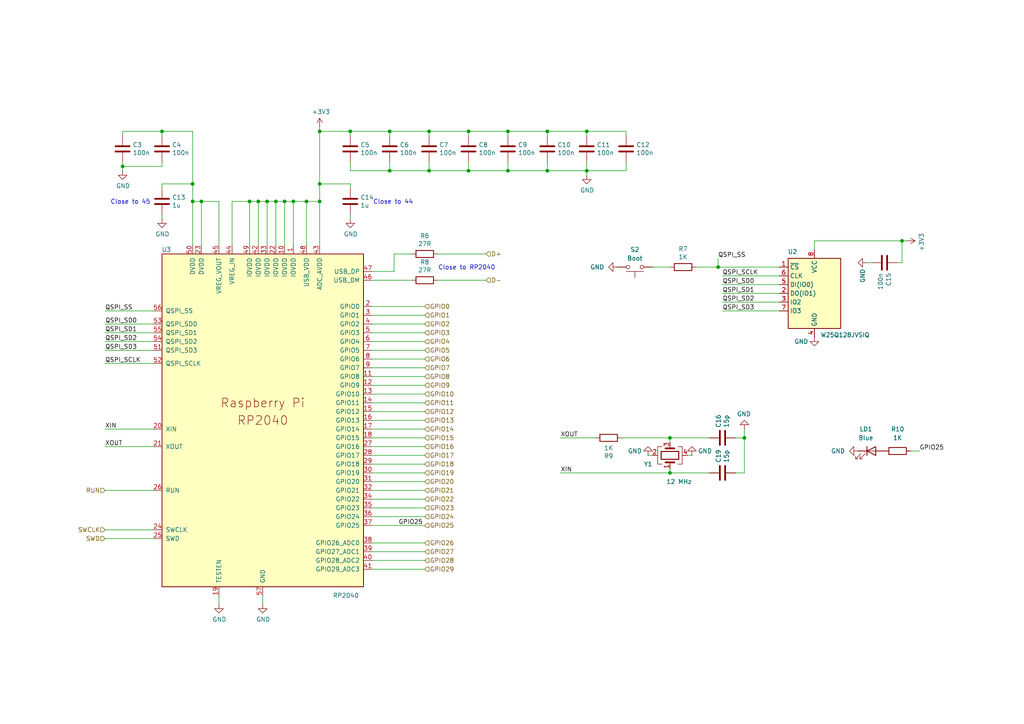
<source format=kicad_sch>
(kicad_sch (version 20250114) (generator "eeschema") (generator_version "9.0")
  (paper "A4")
  (title_block (title "${NAME}") (date "2025-08-02") (rev "${VERSION}") (company "Mikhail Matveev") (comment 1 "https://github.com/xtremespb/frank"))
  (lib_symbols
    (symbol "+3V3_1" (power) (pin_numbers (hide yes)) (pin_names (offset 0) (hide yes))
      (property "Value" "+3V3" (at 0 3.556 0))
      (symbol "+3V3_1_0_1"
        (polyline (pts (xy -0.762 1.27) (xy 0 2.54)))
        (polyline (pts (xy 0 2.54) (xy 0.762 1.27)))
        (polyline (pts (xy 0 0) (xy 0 2.54)))
      )
      (symbol "+3V3_1_1_1"
        (pin power_in line (at 0 0 90) (length 0) (name "~") (number "1"))
      )
    )
    (symbol "Device:C" (pin_numbers (hide yes)) (pin_names (offset 0.254))
      (property "Reference" "C" (at 0.635 2.54 0))
      (property "Value" "C" (at 0.635 -2.54 0))
      (symbol "C_0_1"
        (polyline (pts (xy -2.032 0.762) (xy 2.032 0.762)) (stroke (width 0.508)))
        (polyline (pts (xy -2.032 -0.762) (xy 2.032 -0.762)) (stroke (width 0.508)))
      )
      (symbol "C_1_1"
        (pin passive line (at 0 3.81 270) (length 2.794) (name "~") (number "1"))
        (pin passive line (at 0 -3.81 90) (length 2.794) (name "~") (number "2"))
      )
    )
    (symbol "Device:Crystal_GND24" (pin_names (offset 1.016) (hide yes))
      (property "Reference" "Y" (at 3.175 5.08 0))
      (property "Value" "Crystal_GND24" (at 3.175 3.175 0))
      (symbol "Crystal_GND24_0_1"
        (polyline (pts (xy -2.54 2.286) (xy -2.54 3.556) (xy 2.54 3.556) (xy 2.54 2.286)))
        (polyline (pts (xy -2.54 0) (xy -2.032 0)))
        (polyline (pts (xy -2.54 -2.286) (xy -2.54 -3.556) (xy 2.54 -3.556) (xy 2.54 -2.286)))
        (polyline (pts (xy -2.032 -1.27) (xy -2.032 1.27)) (stroke (width 0.508)))
        (rectangle (start -1.143 2.54) (end 1.143 -2.54) (stroke (width 0.3048)))
        (polyline (pts (xy 0 3.556) (xy 0 3.81)))
        (polyline (pts (xy 0 -3.81) (xy 0 -3.556)))
        (polyline (pts (xy 2.032 0) (xy 2.54 0)))
        (polyline (pts (xy 2.032 -1.27) (xy 2.032 1.27)) (stroke (width 0.508)))
      )
      (symbol "Crystal_GND24_1_1"
        (pin passive line (at -3.81 0 0) (length 1.27) (name "1") (number "1"))
        (pin passive line (at 0 5.08 270) (length 1.27) (name "2") (number "2"))
        (pin passive line (at 0 -5.08 90) (length 1.27) (name "4") (number "4"))
        (pin passive line (at 3.81 0 180) (length 1.27) (name "3") (number "3"))
      )
    )
    (symbol "Device:LED" (pin_numbers (hide yes)) (pin_names (offset 1.016) (hide yes))
      (property "Reference" "D" (at 0 2.54 0))
      (property "Value" "LED" (at 0 -2.54 0))
      (symbol "LED_0_1"
        (polyline (pts (xy -3.048 -0.762) (xy -4.572 -2.286) (xy -3.81 -2.286) (xy -4.572 -2.286) (xy -4.572 -1.524)))
        (polyline (pts (xy -1.778 -0.762) (xy -3.302 -2.286) (xy -2.54 -2.286) (xy -3.302 -2.286) (xy -3.302 -1.524)))
        (polyline (pts (xy -1.27 0) (xy 1.27 0)))
        (polyline (pts (xy -1.27 -1.27) (xy -1.27 1.27)) (stroke (width 0.254)))
        (polyline (pts (xy 1.27 -1.27) (xy 1.27 1.27) (xy -1.27 0) (xy 1.27 -1.27)) (stroke (width 0.254)))
      )
      (symbol "LED_1_1"
        (pin passive line (at -3.81 0 0) (length 2.54) (name "K") (number "1"))
        (pin passive line (at 3.81 0 180) (length 2.54) (name "A") (number "2"))
      )
    )
    (symbol "Device:R" (pin_numbers (hide yes)) (pin_names (offset 0))
      (property "Reference" "R" (at 2.032 0 90))
      (property "Value" "R" (at 0 0 90))
      (symbol "R_0_1"
        (rectangle (start -1.016 -2.54) (end 1.016 2.54) (stroke (width 0.254)))
      )
      (symbol "R_1_1"
        (pin passive line (at 0 3.81 270) (length 1.27) (name "~") (number "1"))
        (pin passive line (at 0 -3.81 90) (length 1.27) (name "~") (number "2"))
      )
    )
    (symbol "FRANK:Flash_W25Q128JVS"
      (property "Reference" "FL1" (at -6.35 12.065 0))
      (property "Value" "W25Q128JVSIQ" (at 8.89 -12.065 0))
      (symbol "Flash_W25Q128JVS_0_1"
        (rectangle (start -7.62 10.16) (end 7.62 -10.16) (stroke (width 0.254)) (fill (type background)))
      )
      (symbol "Flash_W25Q128JVS_1_1"
        (pin input line (at -10.16 7.62 0) (length 2.54) (name "~{CS}") (number "1"))
        (pin input line (at -10.16 5.08 0) (length 2.54) (name "CLK") (number "6"))
        (pin bidirectional line (at -10.16 2.54 0) (length 2.54) (name "DI(IO0)") (number "5"))
        (pin bidirectional line (at -10.16 0 0) (length 2.54) (name "DO(IO1)") (number "2"))
        (pin bidirectional line (at -10.16 -2.54 0) (length 2.54) (name "IO2") (number "3"))
        (pin bidirectional line (at -10.16 -5.08 0) (length 2.54) (name "IO3") (number "7"))
        (pin power_in line (at 0 12.7 270) (length 2.54) (name "VCC") (number "8"))
        (pin power_in line (at 0 -12.7 90) (length 2.54) (name "GND") (number "4"))
      )
    )
    (symbol "FRANK:RP2040" (pin_names (offset 1.016))
      (property "Reference" "RP1" (at -27.94 49.53 0))
      (property "Value" "RP2040" (at 24.13 -50.8 0))
      (symbol "RP2040_0_0"
        (text "Raspberry Pi" (at 0 5.08 0) (effects (font (size 2.54 2.54))))
        (text "RP2040" (at 0 0 0) (effects (font (size 2.54 2.54))))
      )
      (symbol "RP2040_0_1"
        (rectangle (start 29.21 48.26) (end -29.21 -48.26) (stroke (width 0.254)) (fill (type background)))
      )
      (symbol "RP2040_1_1"
        (pin bidirectional line (at -31.75 31.75 0) (length 2.54) (name "QSPI_SS") (number "56"))
        (pin bidirectional line (at -31.75 27.94 0) (length 2.54) (name "QSPI_SD0") (number "53"))
        (pin bidirectional line (at -31.75 25.4 0) (length 2.54) (name "QSPI_SD1") (number "55"))
        (pin bidirectional line (at -31.75 22.86 0) (length 2.54) (name "QSPI_SD2") (number "54"))
        (pin bidirectional line (at -31.75 20.32 0) (length 2.54) (name "QSPI_SD3") (number "51"))
        (pin output line (at -31.75 16.51 0) (length 2.54) (name "QSPI_SCLK") (number "52"))
        (pin input line (at -31.75 -2.54 0) (length 2.54) (name "XIN") (number "20"))
        (pin passive line (at -31.75 -7.62 0) (length 2.54) (name "XOUT") (number "21"))
        (pin input line (at -31.75 -20.32 0) (length 2.54) (name "RUN") (number "26"))
        (pin output line (at -31.75 -31.75 0) (length 2.54) (name "SWCLK") (number "24"))
        (pin bidirectional line (at -31.75 -34.29 0) (length 2.54) (name "SWD") (number "25"))
        (pin power_in line (at -20.32 50.8 270) (length 2.54) (name "DVDD") (number "50"))
        (pin power_in line (at -17.78 50.8 270) (length 2.54) (name "DVDD") (number "23"))
        (pin power_out line (at -12.7 50.8 270) (length 2.54) (name "VREG_VOUT") (number "45"))
        (pin passive line (at -12.7 -50.8 90) (length 2.54) (name "TESTEN") (number "19"))
        (pin power_in line (at -8.89 50.8 270) (length 2.54) (name "VREG_IN") (number "44"))
        (pin power_in line (at -3.81 50.8 270) (length 2.54) (name "IOVDD") (number "49"))
        (pin power_in line (at -1.27 50.8 270) (length 2.54) (name "IOVDD") (number "42"))
        (pin power_in line (at 0 -50.8 90) (length 2.54) (name "GND") (number "57"))
        (pin power_in line (at 1.27 50.8 270) (length 2.54) (name "IOVDD") (number "33"))
        (pin power_in line (at 3.81 50.8 270) (length 2.54) (name "IOVDD") (number "22"))
        (pin power_in line (at 6.35 50.8 270) (length 2.54) (name "IOVDD") (number "10"))
        (pin power_in line (at 8.89 50.8 270) (length 2.54) (name "IOVDD") (number "1"))
        (pin power_in line (at 12.7 50.8 270) (length 2.54) (name "USB_VDD") (number "48"))
        (pin power_in line (at 16.51 50.8 270) (length 2.54) (name "ADC_AVDD") (number "43"))
        (pin bidirectional line (at 31.75 43.18 180) (length 2.54) (name "USB_DP") (number "47"))
        (pin bidirectional line (at 31.75 40.64 180) (length 2.54) (name "USB_DM") (number "46"))
        (pin bidirectional line (at 31.75 33.02 180) (length 2.54) (name "GPIO0") (number "2"))
        (pin bidirectional line (at 31.75 30.48 180) (length 2.54) (name "GPIO1") (number "3"))
        (pin bidirectional line (at 31.75 27.94 180) (length 2.54) (name "GPIO2") (number "4"))
        (pin bidirectional line (at 31.75 25.4 180) (length 2.54) (name "GPIO3") (number "5"))
        (pin bidirectional line (at 31.75 22.86 180) (length 2.54) (name "GPIO4") (number "6"))
        (pin bidirectional line (at 31.75 20.32 180) (length 2.54) (name "GPIO5") (number "7"))
        (pin bidirectional line (at 31.75 17.78 180) (length 2.54) (name "GPIO6") (number "8"))
        (pin bidirectional line (at 31.75 15.24 180) (length 2.54) (name "GPIO7") (number "9"))
        (pin bidirectional line (at 31.75 12.7 180) (length 2.54) (name "GPIO8") (number "11"))
        (pin bidirectional line (at 31.75 10.16 180) (length 2.54) (name "GPIO9") (number "12"))
        (pin bidirectional line (at 31.75 7.62 180) (length 2.54) (name "GPIO10") (number "13"))
        (pin bidirectional line (at 31.75 5.08 180) (length 2.54) (name "GPIO11") (number "14"))
        (pin bidirectional line (at 31.75 2.54 180) (length 2.54) (name "GPIO12") (number "15"))
        (pin bidirectional line (at 31.75 0 180) (length 2.54) (name "GPIO13") (number "16"))
        (pin bidirectional line (at 31.75 -2.54 180) (length 2.54) (name "GPIO14") (number "17"))
        (pin bidirectional line (at 31.75 -5.08 180) (length 2.54) (name "GPIO15") (number "18"))
        (pin bidirectional line (at 31.75 -7.62 180) (length 2.54) (name "GPIO16") (number "27"))
        (pin bidirectional line (at 31.75 -10.16 180) (length 2.54) (name "GPIO17") (number "28"))
        (pin bidirectional line (at 31.75 -12.7 180) (length 2.54) (name "GPIO18") (number "29"))
        (pin bidirectional line (at 31.75 -15.24 180) (length 2.54) (name "GPIO19") (number "30"))
        (pin bidirectional line (at 31.75 -17.78 180) (length 2.54) (name "GPIO20") (number "31"))
        (pin bidirectional line (at 31.75 -20.32 180) (length 2.54) (name "GPIO21") (number "32"))
        (pin bidirectional line (at 31.75 -22.86 180) (length 2.54) (name "GPIO22") (number "34"))
        (pin bidirectional line (at 31.75 -25.4 180) (length 2.54) (name "GPIO23") (number "35"))
        (pin bidirectional line (at 31.75 -27.94 180) (length 2.54) (name "GPIO24") (number "36"))
        (pin bidirectional line (at 31.75 -30.48 180) (length 2.54) (name "GPIO25") (number "37"))
        (pin bidirectional line (at 31.75 -35.56 180) (length 2.54) (name "GPIO26_ADC0") (number "38"))
        (pin bidirectional line (at 31.75 -38.1 180) (length 2.54) (name "GPIO27_ADC1") (number "39"))
        (pin bidirectional line (at 31.75 -40.64 180) (length 2.54) (name "GPIO28_ADC2") (number "40"))
        (pin bidirectional line (at 31.75 -43.18 180) (length 2.54) (name "GPIO29_ADC3") (number "41"))
      )
    )
    (symbol "GND_10" (power) (pin_numbers (hide yes)) (pin_names (offset 0) (hide yes))
      (property "Value" "GND" (at 0 -3.81 0))
      (symbol "GND_10_0_1"
        (polyline (pts (xy 0 0) (xy 0 -1.27) (xy 1.27 -1.27) (xy 0 -2.54) (xy -1.27 -1.27) (xy 0 -1.27)))
      )
      (symbol "GND_10_1_1"
        (pin power_in line (at 0 0 270) (length 0) (name "~") (number "1"))
      )
    )
    (symbol "GND_11" (power) (pin_numbers (hide yes)) (pin_names (offset 0) (hide yes))
      (property "Value" "GND" (at 0 -3.81 0))
      (symbol "GND_11_0_1"
        (polyline (pts (xy 0 0) (xy 0 -1.27) (xy 1.27 -1.27) (xy 0 -2.54) (xy -1.27 -1.27) (xy 0 -1.27)))
      )
      (symbol "GND_11_1_1"
        (pin power_in line (at 0 0 270) (length 0) (name "~") (number "1"))
      )
    )
    (symbol "GND_12" (power) (pin_numbers (hide yes)) (pin_names (offset 0) (hide yes))
      (property "Value" "GND" (at 0 -3.81 0))
      (symbol "GND_12_0_1"
        (polyline (pts (xy 0 0) (xy 0 -1.27) (xy 1.27 -1.27) (xy 0 -2.54) (xy -1.27 -1.27) (xy 0 -1.27)))
      )
      (symbol "GND_12_1_1"
        (pin power_in line (at 0 0 270) (length 0) (name "~") (number "1"))
      )
    )
    (symbol "GND_2" (power) (pin_numbers (hide yes)) (pin_names (offset 0) (hide yes))
      (property "Value" "GND" (at 0 -3.81 0))
      (symbol "GND_2_0_1"
        (polyline (pts (xy 0 0) (xy 0 -1.27) (xy 1.27 -1.27) (xy 0 -2.54) (xy -1.27 -1.27) (xy 0 -1.27)))
      )
      (symbol "GND_2_1_1"
        (pin power_in line (at 0 0 270) (length 0) (name "~") (number "1"))
      )
    )
    (symbol "GND_3" (power) (pin_numbers (hide yes)) (pin_names (offset 0) (hide yes))
      (property "Value" "GND" (at 0 -3.81 0))
      (symbol "GND_3_0_1"
        (polyline (pts (xy 0 0) (xy 0 -1.27) (xy 1.27 -1.27) (xy 0 -2.54) (xy -1.27 -1.27) (xy 0 -1.27)))
      )
      (symbol "GND_3_1_1"
        (pin power_in line (at 0 0 270) (length 0) (name "~") (number "1"))
      )
    )
    (symbol "GND_4" (power) (pin_numbers (hide yes)) (pin_names (offset 0) (hide yes))
      (property "Value" "GND" (at 0 -3.81 0))
      (symbol "GND_4_0_1"
        (polyline (pts (xy 0 0) (xy 0 -1.27) (xy 1.27 -1.27) (xy 0 -2.54) (xy -1.27 -1.27) (xy 0 -1.27)))
      )
      (symbol "GND_4_1_1"
        (pin power_in line (at 0 0 270) (length 0) (name "~") (number "1"))
      )
    )
    (symbol "GND_5" (power) (pin_numbers (hide yes)) (pin_names (offset 0) (hide yes))
      (property "Value" "GND" (at 0 -3.81 0))
      (symbol "GND_5_0_1"
        (polyline (pts (xy 0 0) (xy 0 -1.27) (xy 1.27 -1.27) (xy 0 -2.54) (xy -1.27 -1.27) (xy 0 -1.27)))
      )
      (symbol "GND_5_1_1"
        (pin power_in line (at 0 0 270) (length 0) (name "~") (number "1"))
      )
    )
    (symbol "GND_6" (power) (pin_numbers (hide yes)) (pin_names (offset 0) (hide yes))
      (property "Value" "GND" (at 0 -3.81 0))
      (symbol "GND_6_0_1"
        (polyline (pts (xy 0 0) (xy 0 -1.27) (xy 1.27 -1.27) (xy 0 -2.54) (xy -1.27 -1.27) (xy 0 -1.27)))
      )
      (symbol "GND_6_1_1"
        (pin power_in line (at 0 0 270) (length 0) (name "~") (number "1"))
      )
    )
    (symbol "GND_7" (power) (pin_numbers (hide yes)) (pin_names (offset 0) (hide yes))
      (property "Value" "GND" (at 0 -3.81 0))
      (symbol "GND_7_0_1"
        (polyline (pts (xy 0 0) (xy 0 -1.27) (xy 1.27 -1.27) (xy 0 -2.54) (xy -1.27 -1.27) (xy 0 -1.27)))
      )
      (symbol "GND_7_1_1"
        (pin power_in line (at 0 0 270) (length 0) (name "~") (number "1"))
      )
    )
    (symbol "GND_8" (power) (pin_numbers (hide yes)) (pin_names (offset 0) (hide yes))
      (property "Value" "GND" (at 0 -3.81 0))
      (symbol "GND_8_0_1"
        (polyline (pts (xy 0 0) (xy 0 -1.27) (xy 1.27 -1.27) (xy 0 -2.54) (xy -1.27 -1.27) (xy 0 -1.27)))
      )
      (symbol "GND_8_1_1"
        (pin power_in line (at 0 0 270) (length 0) (name "~") (number "1"))
      )
    )
    (symbol "GND_9" (power) (pin_numbers (hide yes)) (pin_names (offset 0) (hide yes))
      (property "Value" "GND" (at 0 -3.81 0))
      (symbol "GND_9_0_1"
        (polyline (pts (xy 0 0) (xy 0 -1.27) (xy 1.27 -1.27) (xy 0 -2.54) (xy -1.27 -1.27) (xy 0 -1.27)))
      )
      (symbol "GND_9_1_1"
        (pin power_in line (at 0 0 270) (length 0) (name "~") (number "1"))
      )
    )
    (symbol "Switch:SW_Push" (pin_numbers (hide yes)) (pin_names (offset 1.016) (hide yes))
      (property "Reference" "SW" (at 1.27 2.54 0))
      (property "Value" "SW_Push" (at 0 -1.524 0))
      (symbol "SW_Push_0_1"
        (circle (center -2.032 0) (radius 0.508))
        (polyline (pts (xy 0 1.27) (xy 0 3.048)))
        (circle (center 2.032 0) (radius 0.508))
        (polyline (pts (xy 2.54 1.27) (xy -2.54 1.27)))
        (pin passive line (at -5.08 0 0) (length 2.54) (name "1") (number "1"))
        (pin passive line (at 5.08 0 180) (length 2.54) (name "2") (number "2"))
      )
    )
    (symbol "power:+3V3" (power) (pin_numbers (hide yes)) (pin_names (offset 0) (hide yes))
      (property "Value" "+3V3" (at 0 3.556 0))
      (symbol "+3V3_0_1"
        (polyline (pts (xy -0.762 1.27) (xy 0 2.54)))
        (polyline (pts (xy 0 2.54) (xy 0.762 1.27)))
        (polyline (pts (xy 0 0) (xy 0 2.54)))
      )
      (symbol "+3V3_1_1"
        (pin power_in line (at 0 0 90) (length 0) (name "~") (number "1"))
      )
    )
    (symbol "power:GND" (power) (pin_numbers (hide yes)) (pin_names (offset 0) (hide yes))
      (property "Value" "GND" (at 0 -3.81 0))
      (symbol "GND_0_1"
        (polyline (pts (xy 0 0) (xy 0 -1.27) (xy 1.27 -1.27) (xy 0 -2.54) (xy -1.27 -1.27) (xy 0 -1.27)))
      )
      (symbol "GND_1_1"
        (pin power_in line (at 0 0 270) (length 0) (name "~") (number "1"))
      )
    )
  )
  (text "Close to 44" (at 114.046 58.674 0) (effects (font (size 1.27 1.27))))
  (text "Close to RP2040" (at 135.382 77.724 0) (effects (font (size 1.27 1.27))))
  (text "Close to 45" (at 37.846 58.674 0) (effects (font (size 1.27 1.27))))
  (junction (at 58.42 58.42))
  (junction (at 215.9 127))
  (junction (at 113.03 49.53))
  (junction (at 88.9 58.42))
  (junction (at 101.6 38.1))
  (junction (at 158.75 49.53))
  (junction (at 72.39 58.42))
  (junction (at 170.18 38.1))
  (junction (at 82.55 58.42))
  (junction (at 92.71 53.34))
  (junction (at 170.18 49.53))
  (junction (at 35.56 48.26))
  (junction (at 147.32 49.53))
  (junction (at 80.01 58.42))
  (junction (at 135.89 38.1))
  (junction (at 55.88 53.34))
  (junction (at 113.03 38.1))
  (junction (at 46.99 38.1))
  (junction (at 208.28 77.47))
  (junction (at 135.89 49.53))
  (junction (at 92.71 38.1))
  (junction (at 85.09 58.42))
  (junction (at 74.93 58.42))
  (junction (at 194.31 127))
  (junction (at 158.75 38.1))
  (junction (at 124.46 38.1))
  (junction (at 92.71 58.42))
  (junction (at 55.88 58.42))
  (junction (at 77.47 58.42))
  (junction (at 261.62 69.85))
  (junction (at 194.31 137.16))
  (junction (at 124.46 49.53))
  (junction (at 147.32 38.1))
  (wire (pts (xy 58.42 58.42) (xy 55.88 58.42)))
  (wire (pts (xy 226.06 82.55) (xy 209.55 82.55)))
  (wire (pts (xy 127 73.66) (xy 140.97 73.66)))
  (wire (pts (xy 107.95 104.14) (xy 123.19 104.14)))
  (wire (pts (xy 107.95 152.4) (xy 123.19 152.4)))
  (wire (pts (xy 46.99 48.26) (xy 46.99 46.99)))
  (wire (pts (xy 170.18 46.99) (xy 170.18 49.53)))
  (wire (pts (xy 114.3 73.66) (xy 114.3 78.74)))
  (wire (pts (xy 82.55 58.42) (xy 85.09 58.42)))
  (wire (pts (xy 158.75 39.37) (xy 158.75 38.1)))
  (wire (pts (xy 92.71 38.1) (xy 101.6 38.1)))
  (wire (pts (xy 101.6 46.99) (xy 101.6 49.53)))
  (wire (pts (xy 101.6 39.37) (xy 101.6 38.1)))
  (wire (pts (xy 67.31 58.42) (xy 72.39 58.42)))
  (wire (pts (xy 215.9 137.16) (xy 215.9 127)))
  (wire (pts (xy 252.73 76.2) (xy 251.46 76.2)))
  (wire (pts (xy 181.61 39.37) (xy 181.61 38.1)))
  (wire (pts (xy 107.95 142.24) (xy 123.19 142.24)))
  (wire (pts (xy 107.95 160.02) (xy 123.19 160.02)))
  (wire (pts (xy 113.03 39.37) (xy 113.03 38.1)))
  (wire (pts (xy 260.35 76.2) (xy 261.62 76.2)))
  (wire (pts (xy 101.6 62.23) (xy 101.6 63.5)))
  (wire (pts (xy 80.01 58.42) (xy 82.55 58.42)))
  (wire (pts (xy 205.74 137.16) (xy 194.31 137.16)))
  (wire (pts (xy 92.71 58.42) (xy 92.71 71.12)))
  (wire (pts (xy 63.5 71.12) (xy 63.5 58.42)))
  (wire (pts (xy 30.48 99.06) (xy 44.45 99.06)))
  (wire (pts (xy 107.95 165.1) (xy 123.19 165.1)))
  (wire (pts (xy 113.03 46.99) (xy 113.03 49.53)))
  (wire (pts (xy 236.22 69.85) (xy 261.62 69.85)))
  (wire (pts (xy 46.99 39.37) (xy 46.99 38.1)))
  (wire (pts (xy 208.28 77.47) (xy 226.06 77.47)))
  (wire (pts (xy 107.95 127) (xy 123.19 127)))
  (wire (pts (xy 189.23 77.47) (xy 194.31 77.47)))
  (wire (pts (xy 30.48 124.46) (xy 44.45 124.46)))
  (wire (pts (xy 107.95 96.52) (xy 123.19 96.52)))
  (wire (pts (xy 181.61 46.99) (xy 181.61 49.53)))
  (wire (pts (xy 213.36 137.16) (xy 215.9 137.16)))
  (wire (pts (xy 46.99 62.23) (xy 46.99 63.5)))
  (wire (pts (xy 107.95 101.6) (xy 123.19 101.6)))
  (wire (pts (xy 46.99 54.61) (xy 46.99 53.34)))
  (wire (pts (xy 92.71 53.34) (xy 92.71 58.42)))
  (wire (pts (xy 92.71 38.1) (xy 92.71 53.34)))
  (wire (pts (xy 127 81.28) (xy 140.97 81.28)))
  (wire (pts (xy 101.6 54.61) (xy 101.6 53.34)))
  (wire (pts (xy 88.9 71.12) (xy 88.9 58.42)))
  (wire (pts (xy 158.75 46.99) (xy 158.75 49.53)))
  (wire (pts (xy 55.88 53.34) (xy 55.88 58.42)))
  (wire (pts (xy 44.45 153.67) (xy 30.48 153.67)))
  (wire (pts (xy 107.95 124.46) (xy 123.19 124.46)))
  (wire (pts (xy 205.74 127) (xy 194.31 127)))
  (wire (pts (xy 107.95 139.7) (xy 123.19 139.7)))
  (wire (pts (xy 147.32 49.53) (xy 135.89 49.53)))
  (wire (pts (xy 72.39 58.42) (xy 74.93 58.42)))
  (wire (pts (xy 226.06 90.17) (xy 209.55 90.17)))
  (wire (pts (xy 101.6 38.1) (xy 113.03 38.1)))
  (wire (pts (xy 200.66 132.08) (xy 199.39 132.08)))
  (wire (pts (xy 209.55 80.01) (xy 226.06 80.01)))
  (wire (pts (xy 107.95 162.56) (xy 123.19 162.56)))
  (wire (pts (xy 67.31 71.12) (xy 67.31 58.42)))
  (wire (pts (xy 88.9 58.42) (xy 92.71 58.42)))
  (wire (pts (xy 46.99 53.34) (xy 55.88 53.34)))
  (wire (pts (xy 201.93 77.47) (xy 208.28 77.47)))
  (wire (pts (xy 35.56 46.99) (xy 35.56 48.26)))
  (wire (pts (xy 135.89 38.1) (xy 147.32 38.1)))
  (wire (pts (xy 107.95 99.06) (xy 123.19 99.06)))
  (wire (pts (xy 107.95 114.3) (xy 123.19 114.3)))
  (wire (pts (xy 147.32 38.1) (xy 158.75 38.1)))
  (wire (pts (xy 194.31 128.27) (xy 194.31 127)))
  (wire (pts (xy 55.88 38.1) (xy 55.88 53.34)))
  (wire (pts (xy 226.06 85.09) (xy 209.55 85.09)))
  (wire (pts (xy 236.22 72.39) (xy 236.22 69.85)))
  (wire (pts (xy 170.18 38.1) (xy 181.61 38.1)))
  (wire (pts (xy 213.36 127) (xy 215.9 127)))
  (wire (pts (xy 194.31 135.89) (xy 194.31 137.16)))
  (wire (pts (xy 114.3 73.66) (xy 119.38 73.66)))
  (wire (pts (xy 30.48 101.6) (xy 44.45 101.6)))
  (wire (pts (xy 107.95 147.32) (xy 123.19 147.32)))
  (wire (pts (xy 107.95 129.54) (xy 123.19 129.54)))
  (wire (pts (xy 80.01 71.12) (xy 80.01 58.42)))
  (wire (pts (xy 147.32 46.99) (xy 147.32 49.53)))
  (wire (pts (xy 72.39 71.12) (xy 72.39 58.42)))
  (wire (pts (xy 30.48 93.98) (xy 44.45 93.98)))
  (wire (pts (xy 30.48 90.17) (xy 44.45 90.17)))
  (wire (pts (xy 107.95 106.68) (xy 123.19 106.68)))
  (wire (pts (xy 194.31 137.16) (xy 162.56 137.16)))
  (wire (pts (xy 158.75 38.1) (xy 170.18 38.1)))
  (wire (pts (xy 113.03 38.1) (xy 124.46 38.1)))
  (wire (pts (xy 63.5 172.72) (xy 63.5 175.26)))
  (wire (pts (xy 107.95 132.08) (xy 123.19 132.08)))
  (wire (pts (xy 264.16 130.81) (xy 266.7 130.81)))
  (wire (pts (xy 172.72 127) (xy 162.56 127)))
  (wire (pts (xy 107.95 116.84) (xy 123.19 116.84)))
  (wire (pts (xy 107.95 78.74) (xy 114.3 78.74)))
  (wire (pts (xy 124.46 46.99) (xy 124.46 49.53)))
  (wire (pts (xy 262.89 69.85) (xy 261.62 69.85)))
  (wire (pts (xy 147.32 39.37) (xy 147.32 38.1)))
  (wire (pts (xy 194.31 127) (xy 180.34 127)))
  (wire (pts (xy 107.95 81.28) (xy 119.38 81.28)))
  (wire (pts (xy 35.56 48.26) (xy 46.99 48.26)))
  (wire (pts (xy 124.46 39.37) (xy 124.46 38.1)))
  (wire (pts (xy 30.48 129.54) (xy 44.45 129.54)))
  (wire (pts (xy 107.95 91.44) (xy 123.19 91.44)))
  (wire (pts (xy 158.75 49.53) (xy 147.32 49.53)))
  (wire (pts (xy 92.71 53.34) (xy 101.6 53.34)))
  (wire (pts (xy 215.9 127) (xy 215.9 124.46)))
  (wire (pts (xy 170.18 49.53) (xy 181.61 49.53)))
  (wire (pts (xy 55.88 58.42) (xy 55.88 71.12)))
  (wire (pts (xy 44.45 142.24) (xy 30.48 142.24)))
  (wire (pts (xy 44.45 156.21) (xy 30.48 156.21)))
  (wire (pts (xy 170.18 39.37) (xy 170.18 38.1)))
  (wire (pts (xy 85.09 58.42) (xy 88.9 58.42)))
  (wire (pts (xy 107.95 119.38) (xy 123.19 119.38)))
  (wire (pts (xy 135.89 46.99) (xy 135.89 49.53)))
  (wire (pts (xy 113.03 49.53) (xy 101.6 49.53)))
  (wire (pts (xy 63.5 58.42) (xy 58.42 58.42)))
  (wire (pts (xy 135.89 39.37) (xy 135.89 38.1)))
  (wire (pts (xy 226.06 87.63) (xy 209.55 87.63)))
  (wire (pts (xy 124.46 38.1) (xy 135.89 38.1)))
  (wire (pts (xy 107.95 93.98) (xy 123.19 93.98)))
  (wire (pts (xy 135.89 49.53) (xy 124.46 49.53)))
  (wire (pts (xy 92.71 36.83) (xy 92.71 38.1)))
  (wire (pts (xy 189.23 132.08) (xy 187.96 132.08)))
  (wire (pts (xy 107.95 121.92) (xy 123.19 121.92)))
  (wire (pts (xy 208.28 74.93) (xy 208.28 77.47)))
  (wire (pts (xy 124.46 49.53) (xy 113.03 49.53)))
  (wire (pts (xy 77.47 58.42) (xy 80.01 58.42)))
  (wire (pts (xy 46.99 38.1) (xy 55.88 38.1)))
  (wire (pts (xy 107.95 111.76) (xy 123.19 111.76)))
  (wire (pts (xy 85.09 58.42) (xy 85.09 71.12)))
  (wire (pts (xy 107.95 137.16) (xy 123.19 137.16)))
  (wire (pts (xy 35.56 38.1) (xy 46.99 38.1)))
  (wire (pts (xy 35.56 39.37) (xy 35.56 38.1)))
  (wire (pts (xy 35.56 48.26) (xy 35.56 49.53)))
  (wire (pts (xy 30.48 105.41) (xy 44.45 105.41)))
  (wire (pts (xy 158.75 49.53) (xy 170.18 49.53)))
  (wire (pts (xy 74.93 71.12) (xy 74.93 58.42)))
  (wire (pts (xy 76.2 172.72) (xy 76.2 175.26)))
  (wire (pts (xy 74.93 58.42) (xy 77.47 58.42)))
  (wire (pts (xy 170.18 49.53) (xy 170.18 50.8)))
  (wire (pts (xy 107.95 134.62) (xy 123.19 134.62)))
  (wire (pts (xy 30.48 96.52) (xy 44.45 96.52)))
  (wire (pts (xy 107.95 109.22) (xy 123.19 109.22)))
  (wire (pts (xy 77.47 71.12) (xy 77.47 58.42)))
  (wire (pts (xy 58.42 71.12) (xy 58.42 58.42)))
  (wire (pts (xy 107.95 157.48) (xy 123.19 157.48)))
  (wire (pts (xy 107.95 149.86) (xy 123.19 149.86)))
  (wire (pts (xy 261.62 76.2) (xy 261.62 69.85)))
  (wire (pts (xy 107.95 88.9) (xy 123.19 88.9)))
  (wire (pts (xy 82.55 71.12) (xy 82.55 58.42)))
  (wire (pts (xy 107.95 144.78) (xy 123.19 144.78)))
  (label "QSPI_SD2" (at 209.55 87.63 0))
  (label "QSPI_SCLK" (at 30.48 105.41 0))
  (label "QSPI_SD0" (at 30.48 93.98 0))
  (label "QSPI_SS" (at 208.28 74.93 0))
  (label "XIN" (at 30.48 124.46 0))
  (label "QSPI_SCLK" (at 209.55 80.01 0))
  (label "QSPI_SD1" (at 30.48 96.52 0))
  (label "GPIO25" (at 115.57 152.4 0))
  (label "QSPI_SD3" (at 30.48 101.6 0))
  (label "GPIO25" (at 266.7 130.81 0))
  (label "XIN" (at 162.56 137.16 0))
  (label "QSPI_SD0" (at 209.55 82.55 0))
  (label "XOUT" (at 162.56 127 0))
  (label "XOUT" (at 30.48 129.54 0))
  (label "QSPI_SD1" (at 209.55 85.09 0))
  (label "QSPI_SD3" (at 209.55 90.17 0))
  (label "QSPI_SD2" (at 30.48 99.06 0))
  (label "QSPI_SS" (at 30.48 90.17 0))
  (hierarchical_label "GPIO18" (shape input) (at 123.19 134.62 0))
  (hierarchical_label "GPIO29" (shape input) (at 123.19 165.1 0))
  (hierarchical_label "GPIO3" (shape input) (at 123.19 96.52 0))
  (hierarchical_label "GPIO25" (shape input) (at 123.19 152.4 0))
  (hierarchical_label "GPIO15" (shape input) (at 123.19 127 0))
  (hierarchical_label "GPIO21" (shape input) (at 123.19 142.24 0))
  (hierarchical_label "GPIO16" (shape input) (at 123.19 129.54 0))
  (hierarchical_label "GPIO1" (shape input) (at 123.19 91.44 0))
  (hierarchical_label "D-" (shape input) (at 140.97 81.28 0))
  (hierarchical_label "GPIO11" (shape input) (at 123.19 116.84 0))
  (hierarchical_label "GPIO27" (shape input) (at 123.19 160.02 0))
  (hierarchical_label "D+" (shape input) (at 140.97 73.66 0))
  (hierarchical_label "GPIO20" (shape input) (at 123.19 139.7 0))
  (hierarchical_label "GPIO14" (shape input) (at 123.19 124.46 0))
  (hierarchical_label "GPIO8" (shape input) (at 123.19 109.22 0))
  (hierarchical_label "GPIO26" (shape input) (at 123.19 157.48 0))
  (hierarchical_label "GPIO22" (shape input) (at 123.19 144.78 0))
  (hierarchical_label "GPIO4" (shape input) (at 123.19 99.06 0))
  (hierarchical_label "GPIO7" (shape input) (at 123.19 106.68 0))
  (hierarchical_label "GPIO10" (shape input) (at 123.19 114.3 0))
  (hierarchical_label "SWD" (shape input) (at 30.48 156.21 180))
  (hierarchical_label "GPIO28" (shape input) (at 123.19 162.56 0))
  (hierarchical_label "RUN" (shape input) (at 30.48 142.24 180))
  (hierarchical_label "GPIO23" (shape input) (at 123.19 147.32 0))
  (hierarchical_label "GPIO0" (shape input) (at 123.19 88.9 0))
  (hierarchical_label "GPIO5" (shape input) (at 123.19 101.6 0))
  (hierarchical_label "SWCLK" (shape input) (at 30.48 153.67 180))
  (hierarchical_label "GPIO13" (shape input) (at 123.19 121.92 0))
  (hierarchical_label "GPIO6" (shape input) (at 123.19 104.14 0))
  (hierarchical_label "GPIO2" (shape input) (at 123.19 93.98 0))
  (hierarchical_label "GPIO17" (shape input) (at 123.19 132.08 0))
  (hierarchical_label "GPIO12" (shape input) (at 123.19 119.38 0))
  (hierarchical_label "GPIO9" (shape input) (at 123.19 111.76 0))
  (hierarchical_label "GPIO24" (shape input) (at 123.19 149.86 0))
  (hierarchical_label "GPIO19" (shape input) (at 123.19 137.16 0))
  (symbol (lib_id "Device:C") (at 46.99 43.18 0) (unit 1)
    (property "Reference" "C4" (at 49.911 42.0116 0) (effects (justify left)))
    (property "Value" "100n" (at 49.911 44.323 0) (effects (justify left)))
    (property "Footprint" "FRANK:Capacitor (0402)" (effects (hide yes)))
    (property "Datasheet" "https://eu.mouser.com/datasheet/2/447/KEM_C1075_X7R_HT_SMD-3316221.pdf" (effects (hide yes)))
    (property "AliExpress" "https://www.aliexpress.com/item/33008008276.html" (effects (hide yes)))
  )
  (symbol (lib_id "FRANK:RP2040") (at 76.2 121.92 0) (unit 1)
    (property "Reference" "U3" (at 48.26 72.39 0))
    (property "Value" "RP2040" (at 100.33 172.72 0))
    (property "Footprint" "FRANK:QFN 56" (effects (hide yes)))
    (property "Datasheet" "https://datasheets.raspberrypi.com/rp2040/rp2040-datasheet.pdf" (effects (hide yes)))
    (property "AliExpress" "https://www.aliexpress.com/item/1005007275652762.html" (effects (hide yes)))
  )
  (symbol (lib_id "power:GND") (at 179.07 77.47 270) (unit 1)
    (property "Reference" "#PWR024" (effects (hide yes)))
    (property "Value" "GND" (at 175.26 77.4699 90) (effects (justify right)))
    (property "Description" "Power symbol creates a global label with name \"GND\" , ground" (effects (hide yes)))
  )
  (symbol (lib_id "Device:R") (at 260.35 130.81 90) (unit 1)
    (property "Reference" "R10" (at 260.35 124.46 90))
    (property "Value" "1K" (at 260.35 127 90))
    (property "Footprint" "FRANK:Resistor (0402)" (effects (hide yes)))
    (property "Datasheet" "https://www.vishay.com/docs/28952/mcs0402at-mct0603at-mcu0805at-mca1206at.pdf" (effects (hide yes)))
    (property "Description" "Resistor" (effects (hide yes)))
    (property "AliExpress" "https://www.aliexpress.com/item/1005005945735199.html" (effects (hide yes)))
  )
  (symbol (lib_id "Device:Crystal_GND24") (at 194.31 132.08 90) (unit 1)
    (property "Reference" "Y1" (at 189.23 134.62 90) (effects (justify left)))
    (property "Value" "12 MHz" (at 200.66 139.7 90) (effects (justify left)))
    (property "Footprint" "FRANK:Crystal (3225)" (effects (hide yes)))
    (property "Datasheet" "https://eu.mouser.com/datasheet/2/905/c_NX3225SA_e-1317523.pdf" (effects (hide yes)))
    (property "Description" "ABM8-272-T3" (effects (hide yes)))
    (property "AliExpress" "https://www.aliexpress.com/item/1005004661413307.html" (effects (hide yes)))
  )
  (symbol (lib_name "+3V3_1") (lib_id "power:+3V3") (at 92.71 36.83 0) (unit 1)
    (property "Reference" "#PWR017" (effects (hide yes)))
    (property "Value" "+3V3" (at 93.091 32.4358 0))
    (property "Description" "Power symbol creates a global label with name \"+3V3\"" (effects (hide yes)))
  )
  (symbol (lib_id "FRANK:Flash_W25Q128JVS") (at 236.22 85.09 0) (unit 1)
    (property "Reference" "U2" (at 229.87 73.025 0))
    (property "Value" "W25Q128JVSIQ" (at 245.11 97.155 0))
    (property "Footprint" "FRANK:SOIC-8" (effects (hide yes)))
    (property "Datasheet" "https://www.winbond.com/resource-files/w25q128jv_dtr%20revc%2003272018%20plus.pdf" (effects (hide yes)))
    (property "Description" "128Mb Serial Flash Memory, Standard/Dual/Quad SPI, SOIC-8" (effects (hide yes)))
    (property "AliExpress" "https://www.aliexpress.com/item/1005007820627233.html" (effects (hide yes)))
  )
  (symbol (lib_id "Device:C") (at 135.89 43.18 0) (unit 1)
    (property "Reference" "C8" (at 138.811 42.0116 0) (effects (justify left)))
    (property "Value" "100n" (at 138.811 44.323 0) (effects (justify left)))
    (property "Footprint" "FRANK:Capacitor (0402)" (effects (hide yes)))
    (property "Datasheet" "https://eu.mouser.com/datasheet/2/447/KEM_C1075_X7R_HT_SMD-3316221.pdf" (effects (hide yes)))
    (property "AliExpress" "https://www.aliexpress.com/item/33008008276.html" (effects (hide yes)))
  )
  (symbol (lib_name "GND_2") (lib_id "power:GND") (at 248.92 130.81 270) (unit 1)
    (property "Reference" "#PWR043" (effects (hide yes)))
    (property "Value" "GND" (at 245.11 130.8099 90) (effects (justify right)))
    (property "Description" "Power symbol creates a global label with name \"GND\" , ground" (effects (hide yes)))
  )
  (symbol (lib_id "Device:R") (at 123.19 81.28 270) (unit 1)
    (property "Reference" "R8" (at 123.19 76.0222 90))
    (property "Value" "27R" (at 123.19 78.3336 90))
    (property "Footprint" "FRANK:Resistor (0402)" (effects (hide yes)))
    (property "Datasheet" "https://www.vishay.com/docs/28952/mcs0402at-mct0603at-mcu0805at-mca1206at.pdf" (effects (hide yes)))
    (property "AliExpress" "https://www.aliexpress.com/item/1005005945735199.html" (effects (hide yes)))
  )
  (symbol (lib_id "Device:R") (at 123.19 73.66 270) (unit 1)
    (property "Reference" "R6" (at 123.19 68.4022 90))
    (property "Value" "27R" (at 123.19 70.7136 90))
    (property "Footprint" "FRANK:Resistor (0402)" (effects (hide yes)))
    (property "Datasheet" "https://www.vishay.com/docs/28952/mcs0402at-mct0603at-mcu0805at-mca1206at.pdf" (effects (hide yes)))
    (property "AliExpress" "https://www.aliexpress.com/item/1005005945735199.html" (effects (hide yes)))
  )
  (symbol (lib_name "GND_4") (lib_id "power:GND") (at 46.99 63.5 0) (unit 1)
    (property "Reference" "#PWR020" (effects (hide yes)))
    (property "Value" "GND" (at 47.117 67.8942 0))
    (property "Description" "Power symbol creates a global label with name \"GND\" , ground" (effects (hide yes)))
  )
  (symbol (lib_id "power:+3V3") (at 262.89 69.85 270) (unit 1)
    (property "Reference" "#PWR022" (effects (hide yes)))
    (property "Value" "+3V3" (at 267.2842 70.231 0))
    (property "Description" "Power symbol creates a global label with name \"+3V3\"" (effects (hide yes)))
  )
  (symbol (lib_id "Device:R") (at 176.53 127 90) (unit 1)
    (property "Reference" "R9" (at 176.53 132.2578 90))
    (property "Value" "1K" (at 176.53 129.9464 90))
    (property "Footprint" "FRANK:Resistor (0402)" (effects (hide yes)))
    (property "Datasheet" "https://www.vishay.com/docs/28952/mcs0402at-mct0603at-mcu0805at-mca1206at.pdf" (effects (hide yes)))
    (property "AliExpress" "https://www.aliexpress.com/item/1005005945735199.html" (effects (hide yes)))
  )
  (symbol (lib_name "GND_6") (lib_id "power:GND") (at 76.2 175.26 0) (unit 1)
    (property "Reference" "#PWR040" (effects (hide yes)))
    (property "Value" "GND" (at 76.327 179.6542 0))
    (property "Description" "Power symbol creates a global label with name \"GND\" , ground" (effects (hide yes)))
  )
  (symbol (lib_id "Device:C") (at 35.56 43.18 0) (unit 1)
    (property "Reference" "C3" (at 38.481 42.0116 0) (effects (justify left)))
    (property "Value" "100n" (at 38.481 44.323 0) (effects (justify left)))
    (property "Footprint" "FRANK:Capacitor (0402)" (effects (hide yes)))
    (property "Datasheet" "https://eu.mouser.com/datasheet/2/447/KEM_C1075_X7R_HT_SMD-3316221.pdf" (effects (hide yes)))
    (property "AliExpress" "https://www.aliexpress.com/item/33008008276.html" (effects (hide yes)))
  )
  (symbol (lib_name "GND_10") (lib_id "power:GND") (at 236.22 97.79 0) (unit 1)
    (property "Reference" "#PWR025" (effects (hide yes)))
    (property "Value" "GND" (at 232.41 99.06 0))
    (property "Description" "Power symbol creates a global label with name \"GND\" , ground" (effects (hide yes)))
  )
  (symbol (lib_name "GND_12") (lib_id "power:GND") (at 200.66 132.08 180) (unit 1)
    (property "Reference" "#PWR042" (effects (hide yes)))
    (property "Value" "GND" (at 204.47 130.81 0))
    (property "Description" "Power symbol creates a global label with name \"GND\" , ground" (effects (hide yes)))
  )
  (symbol (lib_name "GND_3") (lib_id "power:GND") (at 35.56 49.53 0) (unit 1)
    (property "Reference" "#PWR018" (effects (hide yes)))
    (property "Value" "GND" (at 35.687 53.9242 0))
    (property "Description" "Power symbol creates a global label with name \"GND\" , ground" (effects (hide yes)))
  )
  (symbol (lib_id "Device:C") (at 101.6 43.18 0) (unit 1)
    (property "Reference" "C5" (at 104.521 42.0116 0) (effects (justify left)))
    (property "Value" "100n" (at 104.521 44.323 0) (effects (justify left)))
    (property "Footprint" "FRANK:Capacitor (0402)" (effects (hide yes)))
    (property "Datasheet" "https://eu.mouser.com/datasheet/2/447/KEM_C1075_X7R_HT_SMD-3316221.pdf" (effects (hide yes)))
    (property "AliExpress" "https://www.aliexpress.com/item/33008008276.html" (effects (hide yes)))
  )
  (symbol (lib_name "GND_11") (lib_id "power:GND") (at 187.96 132.08 180) (unit 1)
    (property "Reference" "#PWR041" (effects (hide yes)))
    (property "Value" "GND" (at 184.15 130.81 0))
    (property "Description" "Power symbol creates a global label with name \"GND\" , ground" (effects (hide yes)))
  )
  (symbol (lib_name "GND_9") (lib_id "power:GND") (at 251.46 76.2 270) (unit 1)
    (property "Reference" "#PWR023" (effects (hide yes)))
    (property "Value" "GND" (at 250.19 80.01 0))
    (property "Description" "Power symbol creates a global label with name \"GND\" , ground" (effects (hide yes)))
  )
  (symbol (lib_id "Device:C") (at 113.03 43.18 0) (unit 1)
    (property "Reference" "C6" (at 115.951 42.0116 0) (effects (justify left)))
    (property "Value" "100n" (at 115.951 44.323 0) (effects (justify left)))
    (property "Footprint" "FRANK:Capacitor (0402)" (effects (hide yes)))
    (property "Datasheet" "https://eu.mouser.com/datasheet/2/447/KEM_C1075_X7R_HT_SMD-3316221.pdf" (effects (hide yes)))
    (property "AliExpress" "https://www.aliexpress.com/item/33008008276.html" (effects (hide yes)))
  )
  (symbol (lib_id "Device:C") (at 101.6 58.42 0) (unit 1)
    (property "Reference" "C14" (at 104.521 57.2516 0) (effects (justify left)))
    (property "Value" "1u" (at 104.521 59.563 0) (effects (justify left)))
    (property "Footprint" "FRANK:Capacitor (0603)" (effects (hide yes)))
    (property "Datasheet" "https://eu.mouser.com/datasheet/2/40/KGM_X7R-3223212.pdf" (effects (hide yes)))
    (property "AliExpress" "https://www.aliexpress.com/item/33008008276.html" (effects (hide yes)))
  )
  (symbol (lib_id "Device:C") (at 256.54 76.2 270) (unit 1)
    (property "Reference" "C15" (at 257.7084 79.121 0) (effects (justify left)))
    (property "Value" "100n" (at 255.397 79.121 0) (effects (justify left)))
    (property "Footprint" "FRANK:Capacitor (0402)" (effects (hide yes)))
    (property "Datasheet" "https://eu.mouser.com/datasheet/2/447/KEM_C1075_X7R_HT_SMD-3316221.pdf" (effects (hide yes)))
    (property "AliExpress" "https://www.aliexpress.com/item/33008008276.html" (effects (hide yes)))
  )
  (symbol (lib_id "Device:C") (at 209.55 137.16 90) (unit 1)
    (property "Reference" "C19" (at 208.3816 134.239 0) (effects (justify left)))
    (property "Value" "15p" (at 210.693 134.239 0) (effects (justify left)))
    (property "Footprint" "FRANK:Capacitor (0402)" (effects (hide yes)))
    (property "Datasheet" "https://www.vishay.com/docs/45199/vjcommercialseries.pdf" (effects (hide yes)))
    (property "AliExpress" "https://www.aliexpress.com/item/33008008276.html" (effects (hide yes)))
  )
  (symbol (lib_id "Device:C") (at 181.61 43.18 0) (unit 1)
    (property "Reference" "C12" (at 184.531 42.0116 0) (effects (justify left)))
    (property "Value" "100n" (at 184.531 44.323 0) (effects (justify left)))
    (property "Footprint" "FRANK:Capacitor (0402)" (effects (hide yes)))
    (property "Datasheet" "https://eu.mouser.com/datasheet/2/447/KEM_C1075_X7R_HT_SMD-3316221.pdf" (effects (hide yes)))
    (property "AliExpress" "https://www.aliexpress.com/item/33008008276.html" (effects (hide yes)))
  )
  (symbol (lib_id "Device:C") (at 209.55 127 90) (unit 1)
    (property "Reference" "C16" (at 208.3816 124.079 0) (effects (justify left)))
    (property "Value" "15p" (at 210.693 124.079 0) (effects (justify left)))
    (property "Footprint" "FRANK:Capacitor (0402)" (effects (hide yes)))
    (property "Datasheet" "https://www.vishay.com/docs/45199/vjcommercialseries.pdf" (effects (hide yes)))
    (property "AliExpress" "https://www.aliexpress.com/item/33008008276.html" (effects (hide yes)))
  )
  (symbol (lib_id "Device:LED") (at 252.73 130.81 0) (unit 1)
    (property "Reference" "LD1" (at 251.1425 124.46 0))
    (property "Value" "Blue" (at 251.1425 127 0))
    (property "Footprint" "FRANK:LED (0402)" (effects (hide yes)))
    (property "Datasheet" "https://www.farnell.com/datasheets/1760130.pdf" (effects (hide yes)))
    (property "Description" "Light emitting diode" (effects (hide yes)))
    (property "AliExpress" "https://www.aliexpress.com/item/1005007252088951.html" (effects (hide yes)))
    (property "Sim.Pins" "1=K 2=A" (effects (hide yes)))
  )
  (symbol (lib_name "GND_8") (lib_id "power:GND") (at 170.18 50.8 0) (unit 1)
    (property "Reference" "#PWR019" (effects (hide yes)))
    (property "Value" "GND" (at 170.307 55.1942 0))
    (property "Description" "Power symbol creates a global label with name \"GND\" , ground" (effects (hide yes)))
  )
  (symbol (lib_id "power:GND") (at 215.9 124.46 180) (unit 1)
    (property "Reference" "#PWR026" (effects (hide yes)))
    (property "Value" "GND" (at 215.773 120.0658 0))
    (property "Description" "Power symbol creates a global label with name \"GND\" , ground" (effects (hide yes)))
  )
  (symbol (lib_id "Device:C") (at 46.99 58.42 0) (unit 1)
    (property "Reference" "C13" (at 49.911 57.2516 0) (effects (justify left)))
    (property "Value" "1u" (at 49.911 59.563 0) (effects (justify left)))
    (property "Footprint" "FRANK:Capacitor (0603)" (effects (hide yes)))
    (property "Datasheet" "https://eu.mouser.com/datasheet/2/40/KGM_X7R-3223212.pdf" (effects (hide yes)))
    (property "AliExpress" "https://www.aliexpress.com/item/33008008276.html" (effects (hide yes)))
  )
  (symbol (lib_id "Device:C") (at 124.46 43.18 0) (unit 1)
    (property "Reference" "C7" (at 127.381 42.0116 0) (effects (justify left)))
    (property "Value" "100n" (at 127.381 44.323 0) (effects (justify left)))
    (property "Footprint" "FRANK:Capacitor (0402)" (effects (hide yes)))
    (property "Datasheet" "https://eu.mouser.com/datasheet/2/447/KEM_C1075_X7R_HT_SMD-3316221.pdf" (effects (hide yes)))
    (property "AliExpress" "https://www.aliexpress.com/item/33008008276.html" (effects (hide yes)))
  )
  (symbol (lib_id "Device:C") (at 170.18 43.18 0) (unit 1)
    (property "Reference" "C11" (at 173.101 42.0116 0) (effects (justify left)))
    (property "Value" "100n" (at 173.101 44.323 0) (effects (justify left)))
    (property "Footprint" "FRANK:Capacitor (0402)" (effects (hide yes)))
    (property "Datasheet" "https://eu.mouser.com/datasheet/2/447/KEM_C1075_X7R_HT_SMD-3316221.pdf" (effects (hide yes)))
    (property "AliExpress" "https://www.aliexpress.com/item/33008008276.html" (effects (hide yes)))
  )
  (symbol (lib_id "Device:R") (at 198.12 77.47 270) (unit 1)
    (property "Reference" "R7" (at 198.12 72.2122 90))
    (property "Value" "1K" (at 198.12 74.5236 90))
    (property "Footprint" "FRANK:Resistor (0402)" (effects (hide yes)))
    (property "Datasheet" "https://www.vishay.com/docs/28952/mcs0402at-mct0603at-mcu0805at-mca1206at.pdf" (effects (hide yes)))
    (property "AliExpress" "https://www.aliexpress.com/item/1005005945735199.html" (effects (hide yes)))
  )
  (symbol (lib_id "Switch:SW_Push") (at 184.15 77.47 180) (unit 1)
    (property "Reference" "S2" (at 184.15 72.39 0))
    (property "Value" "Boot" (at 184.15 74.93 0))
    (property "Footprint" "FRANK:Button (SMD, 3x3mm, 1-1)" (effects (hide yes)))
    (property "Datasheet" "https://parts4laptops.eu/en/microbuttons/3300-microbutton-tact-switch-ts-1233-33x33x15mm-smt-mounting.html" (effects (hide yes)))
    (property "AliExpress" "https://www.aliexpress.com/item/1005007359248990.html" (effects (hide yes)))
  )
  (symbol (lib_name "GND_7") (lib_id "power:GND") (at 63.5 175.26 0) (unit 1)
    (property "Reference" "#PWR039" (effects (hide yes)))
    (property "Value" "GND" (at 63.627 179.6542 0))
    (property "Description" "Power symbol creates a global label with name \"GND\" , ground" (effects (hide yes)))
  )
  (symbol (lib_name "GND_5") (lib_id "power:GND") (at 101.6 63.5 0) (unit 1)
    (property "Reference" "#PWR021" (effects (hide yes)))
    (property "Value" "GND" (at 101.727 67.8942 0))
    (property "Description" "Power symbol creates a global label with name \"GND\" , ground" (effects (hide yes)))
  )
  (symbol (lib_id "Device:C") (at 147.32 43.18 0) (unit 1)
    (property "Reference" "C9" (at 150.241 42.0116 0) (effects (justify left)))
    (property "Value" "100n" (at 150.241 44.323 0) (effects (justify left)))
    (property "Footprint" "FRANK:Capacitor (0402)" (effects (hide yes)))
    (property "Datasheet" "https://eu.mouser.com/datasheet/2/447/KEM_C1075_X7R_HT_SMD-3316221.pdf" (effects (hide yes)))
    (property "AliExpress" "https://www.aliexpress.com/item/33008008276.html" (effects (hide yes)))
  )
  (symbol (lib_id "Device:C") (at 158.75 43.18 0) (unit 1)
    (property "Reference" "C10" (at 161.671 42.0116 0) (effects (justify left)))
    (property "Value" "100n" (at 161.671 44.323 0) (effects (justify left)))
    (property "Footprint" "FRANK:Capacitor (0402)" (effects (hide yes)))
    (property "Datasheet" "https://eu.mouser.com/datasheet/2/447/KEM_C1075_X7R_HT_SMD-3316221.pdf" (effects (hide yes)))
    (property "AliExpress" "https://www.aliexpress.com/item/33008008276.html" (effects (hide yes)))
  )
)
</source>
